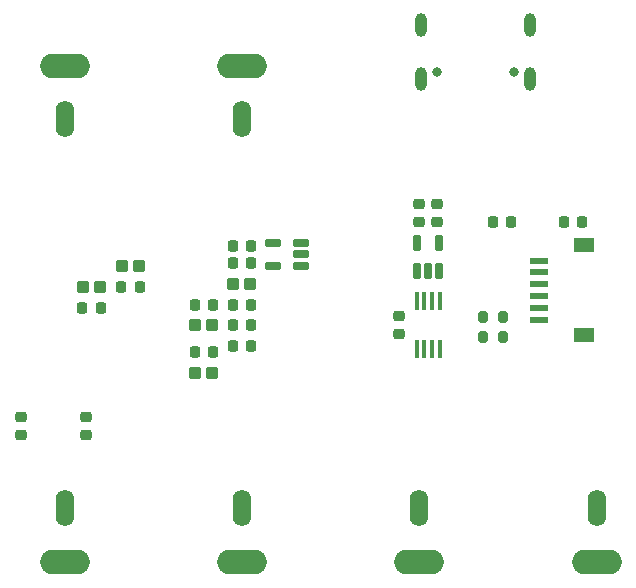
<source format=gbs>
G04 #@! TF.GenerationSoftware,KiCad,Pcbnew,7.0.2*
G04 #@! TF.CreationDate,2023-11-20T14:45:42+01:00*
G04 #@! TF.ProjectId,dsp_board,6473705f-626f-4617-9264-2e6b69636164,rev?*
G04 #@! TF.SameCoordinates,Original*
G04 #@! TF.FileFunction,Soldermask,Bot*
G04 #@! TF.FilePolarity,Negative*
%FSLAX46Y46*%
G04 Gerber Fmt 4.6, Leading zero omitted, Abs format (unit mm)*
G04 Created by KiCad (PCBNEW 7.0.2) date 2023-11-20 14:45:42*
%MOMM*%
%LPD*%
G01*
G04 APERTURE LIST*
G04 Aperture macros list*
%AMRoundRect*
0 Rectangle with rounded corners*
0 $1 Rounding radius*
0 $2 $3 $4 $5 $6 $7 $8 $9 X,Y pos of 4 corners*
0 Add a 4 corners polygon primitive as box body*
4,1,4,$2,$3,$4,$5,$6,$7,$8,$9,$2,$3,0*
0 Add four circle primitives for the rounded corners*
1,1,$1+$1,$2,$3*
1,1,$1+$1,$4,$5*
1,1,$1+$1,$6,$7*
1,1,$1+$1,$8,$9*
0 Add four rect primitives between the rounded corners*
20,1,$1+$1,$2,$3,$4,$5,0*
20,1,$1+$1,$4,$5,$6,$7,0*
20,1,$1+$1,$6,$7,$8,$9,0*
20,1,$1+$1,$8,$9,$2,$3,0*%
G04 Aperture macros list end*
%ADD10O,4.200000X2.100000*%
%ADD11O,1.550000X3.100000*%
%ADD12C,0.800000*%
%ADD13O,1.000000X2.000000*%
%ADD14RoundRect,0.225000X-0.225000X-0.250000X0.225000X-0.250000X0.225000X0.250000X-0.225000X0.250000X0*%
%ADD15RoundRect,0.250000X0.287500X0.275000X-0.287500X0.275000X-0.287500X-0.275000X0.287500X-0.275000X0*%
%ADD16RoundRect,0.060000X0.240000X0.615000X-0.240000X0.615000X-0.240000X-0.615000X0.240000X-0.615000X0*%
%ADD17RoundRect,0.200000X-0.200000X-0.275000X0.200000X-0.275000X0.200000X0.275000X-0.200000X0.275000X0*%
%ADD18RoundRect,0.250000X-0.287500X-0.275000X0.287500X-0.275000X0.287500X0.275000X-0.287500X0.275000X0*%
%ADD19RoundRect,0.060000X-0.615000X0.240000X-0.615000X-0.240000X0.615000X-0.240000X0.615000X0.240000X0*%
%ADD20R,1.550000X0.600000*%
%ADD21R,1.800000X1.200000*%
%ADD22RoundRect,0.225000X0.250000X-0.225000X0.250000X0.225000X-0.250000X0.225000X-0.250000X-0.225000X0*%
%ADD23R,0.457200X1.524000*%
%ADD24RoundRect,0.225000X0.225000X0.250000X-0.225000X0.250000X-0.225000X-0.250000X0.225000X-0.250000X0*%
G04 APERTURE END LIST*
D10*
X40000000Y-136000000D03*
D11*
X40000000Y-131500000D03*
D10*
X40000000Y-94000000D03*
D11*
X40000000Y-98500000D03*
D10*
X55000000Y-136000000D03*
D11*
X55000000Y-131500000D03*
D10*
X70000000Y-136000000D03*
D11*
X70000000Y-131500000D03*
D10*
X85000000Y-136000000D03*
D11*
X85000000Y-131500000D03*
D10*
X55000000Y-94000000D03*
D11*
X55000000Y-98500000D03*
D12*
X78050000Y-94540000D03*
X71450000Y-94540000D03*
D13*
X79360000Y-90600000D03*
X70140000Y-90600000D03*
X79360000Y-95100000D03*
X70140000Y-95100000D03*
D14*
X50975000Y-118250000D03*
X52525000Y-118250000D03*
D15*
X46250000Y-111000000D03*
X44825000Y-111000000D03*
D14*
X54225000Y-116000000D03*
X55775000Y-116000000D03*
D16*
X71700000Y-111385000D03*
X70750000Y-111385000D03*
X69800000Y-111385000D03*
X69800000Y-109015000D03*
X71700000Y-109015000D03*
D17*
X75425000Y-115250000D03*
X77075000Y-115250000D03*
D18*
X51012500Y-120000000D03*
X52437500Y-120000000D03*
D19*
X59935000Y-109050000D03*
X59935000Y-110000000D03*
X59935000Y-110950000D03*
X57565000Y-110950000D03*
X57565000Y-109050000D03*
D20*
X80090000Y-110519500D03*
X80090000Y-111519500D03*
X80090000Y-112519500D03*
X80090000Y-113519500D03*
X80090000Y-114519500D03*
X80090000Y-115519500D03*
D21*
X83965000Y-109219500D03*
X83965000Y-116819500D03*
D22*
X36250000Y-125300000D03*
X36250000Y-123750000D03*
D23*
X69784800Y-113968000D03*
X70419800Y-113968000D03*
X71080200Y-113968000D03*
X71715200Y-113968000D03*
X71715200Y-118032000D03*
X71080200Y-118032000D03*
X70419800Y-118032000D03*
X69784800Y-118032000D03*
D17*
X75425000Y-117000000D03*
X77075000Y-117000000D03*
D14*
X50975000Y-114250000D03*
X52525000Y-114250000D03*
D24*
X46312500Y-112750000D03*
X44762500Y-112750000D03*
D22*
X70000000Y-107275000D03*
X70000000Y-105725000D03*
X68250000Y-116750000D03*
X68250000Y-115200000D03*
D24*
X55775000Y-109250000D03*
X54225000Y-109250000D03*
D18*
X51037500Y-116000000D03*
X52462500Y-116000000D03*
D15*
X42962500Y-112750000D03*
X41537500Y-112750000D03*
D24*
X43025000Y-114500000D03*
X41475000Y-114500000D03*
X55775000Y-110750000D03*
X54225000Y-110750000D03*
X77775000Y-107250000D03*
X76225000Y-107250000D03*
D14*
X54225000Y-114250000D03*
X55775000Y-114250000D03*
D18*
X54250000Y-112500000D03*
X55675000Y-112500000D03*
D22*
X41750000Y-125300000D03*
X41750000Y-123750000D03*
D14*
X54225000Y-117750000D03*
X55775000Y-117750000D03*
D22*
X71500000Y-107275000D03*
X71500000Y-105725000D03*
D14*
X82225000Y-107250000D03*
X83775000Y-107250000D03*
M02*

</source>
